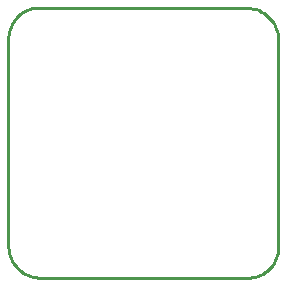
<source format=gbr>
G04 EAGLE Gerber RS-274X export*
G75*
%MOMM*%
%FSLAX34Y34*%
%LPD*%
%IN*%
%IPPOS*%
%AMOC8*
5,1,8,0,0,1.08239X$1,22.5*%
G01*
%ADD10C,0.254000*%


D10*
X0Y27940D02*
X-9Y25611D01*
X185Y23290D01*
X580Y20994D01*
X1174Y18742D01*
X1962Y16550D01*
X2938Y14435D01*
X4095Y12413D01*
X5423Y10500D01*
X6913Y8710D01*
X8554Y7056D01*
X10332Y5552D01*
X12235Y4208D01*
X14248Y3036D01*
X16355Y2043D01*
X18541Y1237D01*
X20788Y626D01*
X23080Y212D01*
X25400Y0D01*
X202184Y0D01*
X204455Y66D01*
X206711Y329D01*
X208935Y789D01*
X211111Y1440D01*
X213223Y2278D01*
X215253Y3298D01*
X217186Y4490D01*
X219008Y5846D01*
X220705Y7356D01*
X222264Y9008D01*
X223673Y10790D01*
X224921Y12688D01*
X226000Y14687D01*
X226900Y16772D01*
X227614Y18929D01*
X228138Y21139D01*
X228468Y23386D01*
X228600Y25654D01*
X228600Y198882D01*
X228649Y201324D01*
X228484Y203761D01*
X228108Y206174D01*
X227523Y208545D01*
X226734Y210857D01*
X225746Y213090D01*
X224567Y215229D01*
X223206Y217257D01*
X221674Y219159D01*
X219982Y220920D01*
X218142Y222527D01*
X216170Y223968D01*
X214079Y225231D01*
X211887Y226307D01*
X209609Y227188D01*
X207263Y227867D01*
X204866Y228339D01*
X202438Y228600D01*
X24892Y228600D01*
X22627Y228401D01*
X20388Y228006D01*
X18193Y227417D01*
X16056Y226639D01*
X13996Y225678D01*
X12028Y224540D01*
X10166Y223236D01*
X8424Y221774D01*
X6817Y220166D01*
X5356Y218424D01*
X4053Y216562D01*
X2917Y214593D01*
X1956Y212532D01*
X1179Y210395D01*
X591Y208199D01*
X197Y205960D01*
X-1Y203695D01*
X0Y201422D01*
X0Y27940D01*
M02*

</source>
